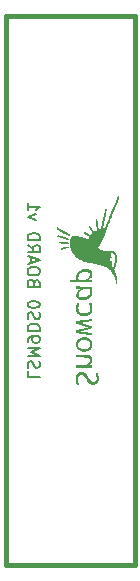
<source format=gbo>
G04 (created by PCBNEW-RS274X (2012-apr-16-27)-stable) date Sat 16 Nov 2013 11:41:47 AM EET*
G01*
G70*
G90*
%MOIN*%
G04 Gerber Fmt 3.4, Leading zero omitted, Abs format*
%FSLAX34Y34*%
G04 APERTURE LIST*
%ADD10C,0.006000*%
%ADD11C,0.007500*%
%ADD12C,0.015000*%
%ADD13C,0.000100*%
G04 APERTURE END LIST*
G54D10*
G54D11*
X12538Y-19095D02*
X12538Y-19286D01*
X12938Y-19286D01*
X12557Y-18981D02*
X12538Y-18924D01*
X12538Y-18828D01*
X12557Y-18790D01*
X12576Y-18771D01*
X12614Y-18752D01*
X12652Y-18752D01*
X12690Y-18771D01*
X12710Y-18790D01*
X12729Y-18828D01*
X12748Y-18905D01*
X12767Y-18943D01*
X12786Y-18962D01*
X12824Y-18981D01*
X12862Y-18981D01*
X12900Y-18962D01*
X12919Y-18943D01*
X12938Y-18905D01*
X12938Y-18809D01*
X12919Y-18752D01*
X12538Y-18581D02*
X12938Y-18581D01*
X12652Y-18447D01*
X12938Y-18314D01*
X12538Y-18314D01*
X12538Y-18105D02*
X12538Y-18029D01*
X12557Y-17990D01*
X12576Y-17971D01*
X12633Y-17933D01*
X12710Y-17914D01*
X12862Y-17914D01*
X12900Y-17933D01*
X12919Y-17952D01*
X12938Y-17990D01*
X12938Y-18067D01*
X12919Y-18105D01*
X12900Y-18124D01*
X12862Y-18143D01*
X12767Y-18143D01*
X12729Y-18124D01*
X12710Y-18105D01*
X12690Y-18067D01*
X12690Y-17990D01*
X12710Y-17952D01*
X12729Y-17933D01*
X12767Y-17914D01*
X12538Y-17743D02*
X12938Y-17743D01*
X12938Y-17648D01*
X12919Y-17590D01*
X12881Y-17552D01*
X12843Y-17533D01*
X12767Y-17514D01*
X12710Y-17514D01*
X12633Y-17533D01*
X12595Y-17552D01*
X12557Y-17590D01*
X12538Y-17648D01*
X12538Y-17743D01*
X12557Y-17362D02*
X12538Y-17305D01*
X12538Y-17209D01*
X12557Y-17171D01*
X12576Y-17152D01*
X12614Y-17133D01*
X12652Y-17133D01*
X12690Y-17152D01*
X12710Y-17171D01*
X12729Y-17209D01*
X12748Y-17286D01*
X12767Y-17324D01*
X12786Y-17343D01*
X12824Y-17362D01*
X12862Y-17362D01*
X12900Y-17343D01*
X12919Y-17324D01*
X12938Y-17286D01*
X12938Y-17190D01*
X12919Y-17133D01*
X12938Y-16886D02*
X12938Y-16847D01*
X12919Y-16809D01*
X12900Y-16790D01*
X12862Y-16771D01*
X12786Y-16752D01*
X12690Y-16752D01*
X12614Y-16771D01*
X12576Y-16790D01*
X12557Y-16809D01*
X12538Y-16847D01*
X12538Y-16886D01*
X12557Y-16924D01*
X12576Y-16943D01*
X12614Y-16962D01*
X12690Y-16981D01*
X12786Y-16981D01*
X12862Y-16962D01*
X12900Y-16943D01*
X12919Y-16924D01*
X12938Y-16886D01*
X12748Y-16142D02*
X12729Y-16085D01*
X12710Y-16066D01*
X12671Y-16047D01*
X12614Y-16047D01*
X12576Y-16066D01*
X12557Y-16085D01*
X12538Y-16123D01*
X12538Y-16276D01*
X12938Y-16276D01*
X12938Y-16142D01*
X12919Y-16104D01*
X12900Y-16085D01*
X12862Y-16066D01*
X12824Y-16066D01*
X12786Y-16085D01*
X12767Y-16104D01*
X12748Y-16142D01*
X12748Y-16276D01*
X12938Y-15800D02*
X12938Y-15723D01*
X12919Y-15685D01*
X12881Y-15647D01*
X12805Y-15628D01*
X12671Y-15628D01*
X12595Y-15647D01*
X12557Y-15685D01*
X12538Y-15723D01*
X12538Y-15800D01*
X12557Y-15838D01*
X12595Y-15876D01*
X12671Y-15895D01*
X12805Y-15895D01*
X12881Y-15876D01*
X12919Y-15838D01*
X12938Y-15800D01*
X12652Y-15476D02*
X12652Y-15285D01*
X12538Y-15514D02*
X12938Y-15381D01*
X12538Y-15247D01*
X12538Y-14885D02*
X12729Y-15019D01*
X12538Y-15114D02*
X12938Y-15114D01*
X12938Y-14961D01*
X12919Y-14923D01*
X12900Y-14904D01*
X12862Y-14885D01*
X12805Y-14885D01*
X12767Y-14904D01*
X12748Y-14923D01*
X12729Y-14961D01*
X12729Y-15114D01*
X12538Y-14714D02*
X12938Y-14714D01*
X12938Y-14619D01*
X12919Y-14561D01*
X12881Y-14523D01*
X12843Y-14504D01*
X12767Y-14485D01*
X12710Y-14485D01*
X12633Y-14504D01*
X12595Y-14523D01*
X12557Y-14561D01*
X12538Y-14619D01*
X12538Y-14714D01*
X12805Y-14047D02*
X12538Y-13952D01*
X12805Y-13856D01*
X12538Y-13494D02*
X12538Y-13723D01*
X12538Y-13609D02*
X12938Y-13609D01*
X12881Y-13647D01*
X12843Y-13685D01*
X12824Y-13723D01*
G54D12*
X16100Y-07250D02*
X16100Y-25550D01*
X11800Y-07250D02*
X16100Y-07250D01*
X11800Y-25550D02*
X11800Y-07250D01*
X16100Y-25550D02*
X11800Y-25550D01*
G54D13*
G36*
X13928Y-14588D02*
X13921Y-14586D01*
X13909Y-14582D01*
X13892Y-14576D01*
X13873Y-14567D01*
X13851Y-14557D01*
X13826Y-14545D01*
X13801Y-14532D01*
X13775Y-14519D01*
X13748Y-14505D01*
X13723Y-14491D01*
X13699Y-14478D01*
X13681Y-14467D01*
X13657Y-14453D01*
X13633Y-14438D01*
X13609Y-14422D01*
X13585Y-14406D01*
X13564Y-14391D01*
X13544Y-14377D01*
X13528Y-14365D01*
X13515Y-14355D01*
X13508Y-14348D01*
X13501Y-14337D01*
X13500Y-14325D01*
X13502Y-14316D01*
X13507Y-14309D01*
X13514Y-14303D01*
X13522Y-14299D01*
X13531Y-14299D01*
X13541Y-14302D01*
X13555Y-14310D01*
X13570Y-14321D01*
X13624Y-14359D01*
X13682Y-14397D01*
X13743Y-14433D01*
X13806Y-14467D01*
X13869Y-14498D01*
X13896Y-14511D01*
X13913Y-14518D01*
X13927Y-14525D01*
X13939Y-14531D01*
X13948Y-14536D01*
X13950Y-14538D01*
X13957Y-14548D01*
X13959Y-14559D01*
X13957Y-14570D01*
X13950Y-14580D01*
X13939Y-14586D01*
X13928Y-14588D01*
X13928Y-14588D01*
X13928Y-14588D01*
G37*
G36*
X13887Y-14719D02*
X13880Y-14718D01*
X13874Y-14717D01*
X13864Y-14714D01*
X13849Y-14709D01*
X13830Y-14704D01*
X13808Y-14697D01*
X13783Y-14689D01*
X13756Y-14681D01*
X13729Y-14673D01*
X13701Y-14665D01*
X13673Y-14656D01*
X13647Y-14648D01*
X13622Y-14640D01*
X13599Y-14633D01*
X13580Y-14627D01*
X13565Y-14623D01*
X13554Y-14619D01*
X13549Y-14617D01*
X13536Y-14611D01*
X13528Y-14601D01*
X13526Y-14589D01*
X13526Y-14587D01*
X13528Y-14575D01*
X13533Y-14567D01*
X13543Y-14561D01*
X13553Y-14559D01*
X13558Y-14560D01*
X13568Y-14563D01*
X13583Y-14567D01*
X13601Y-14572D01*
X13623Y-14579D01*
X13648Y-14586D01*
X13675Y-14594D01*
X13702Y-14602D01*
X13731Y-14610D01*
X13759Y-14619D01*
X13786Y-14627D01*
X13812Y-14635D01*
X13836Y-14642D01*
X13856Y-14649D01*
X13873Y-14655D01*
X13886Y-14659D01*
X13894Y-14662D01*
X13895Y-14662D01*
X13906Y-14670D01*
X13912Y-14680D01*
X13913Y-14692D01*
X13910Y-14703D01*
X13901Y-14713D01*
X13895Y-14717D01*
X13887Y-14719D01*
X13887Y-14719D01*
X13887Y-14719D01*
G37*
G36*
X13862Y-14857D02*
X13853Y-14856D01*
X13840Y-14855D01*
X13823Y-14854D01*
X13801Y-14852D01*
X13775Y-14849D01*
X13749Y-14846D01*
X13721Y-14843D01*
X13695Y-14841D01*
X13672Y-14838D01*
X13651Y-14836D01*
X13634Y-14834D01*
X13622Y-14833D01*
X13615Y-14832D01*
X13614Y-14832D01*
X13605Y-14828D01*
X13596Y-14822D01*
X13595Y-14821D01*
X13587Y-14810D01*
X13586Y-14799D01*
X13591Y-14787D01*
X13594Y-14783D01*
X13597Y-14780D01*
X13600Y-14778D01*
X13603Y-14776D01*
X13608Y-14774D01*
X13614Y-14774D01*
X13622Y-14774D01*
X13634Y-14774D01*
X13648Y-14775D01*
X13667Y-14777D01*
X13690Y-14779D01*
X13719Y-14782D01*
X13752Y-14785D01*
X13759Y-14786D01*
X13793Y-14790D01*
X13821Y-14793D01*
X13844Y-14796D01*
X13862Y-14798D01*
X13875Y-14800D01*
X13883Y-14802D01*
X13887Y-14804D01*
X13887Y-14804D01*
X13896Y-14813D01*
X13900Y-14824D01*
X13899Y-14836D01*
X13893Y-14846D01*
X13885Y-14853D01*
X13882Y-14855D01*
X13879Y-14856D01*
X13875Y-14856D01*
X13870Y-14857D01*
X13862Y-14857D01*
X13862Y-14857D01*
X13862Y-14857D01*
G37*
G36*
X13673Y-15044D02*
X13669Y-15043D01*
X13658Y-15038D01*
X13650Y-15030D01*
X13646Y-15018D01*
X13646Y-15007D01*
X13650Y-14998D01*
X13658Y-14991D01*
X13672Y-14982D01*
X13690Y-14973D01*
X13712Y-14965D01*
X13737Y-14958D01*
X13740Y-14957D01*
X13759Y-14952D01*
X13781Y-14948D01*
X13806Y-14944D01*
X13830Y-14941D01*
X13853Y-14939D01*
X13871Y-14938D01*
X13875Y-14938D01*
X13888Y-14938D01*
X13897Y-14939D01*
X13902Y-14940D01*
X13907Y-14944D01*
X13910Y-14947D01*
X13918Y-14958D01*
X13920Y-14970D01*
X13915Y-14983D01*
X13912Y-14987D01*
X13909Y-14991D01*
X13904Y-14993D01*
X13898Y-14995D01*
X13888Y-14996D01*
X13873Y-14998D01*
X13872Y-14998D01*
X13828Y-15002D01*
X13790Y-15008D01*
X13757Y-15015D01*
X13728Y-15024D01*
X13703Y-15034D01*
X13690Y-15040D01*
X13680Y-15043D01*
X13673Y-15044D01*
X13673Y-15044D01*
X13673Y-15044D01*
G37*
G36*
X15518Y-16302D02*
X15515Y-16302D01*
X15513Y-16299D01*
X15512Y-16293D01*
X15511Y-16283D01*
X15510Y-16272D01*
X15508Y-16241D01*
X15505Y-16213D01*
X15501Y-16187D01*
X15496Y-16161D01*
X15490Y-16134D01*
X15482Y-16104D01*
X15473Y-16070D01*
X15467Y-16050D01*
X15454Y-16012D01*
X15439Y-15971D01*
X15422Y-15929D01*
X15403Y-15888D01*
X15383Y-15848D01*
X15363Y-15811D01*
X15343Y-15777D01*
X15324Y-15748D01*
X15322Y-15746D01*
X15316Y-15739D01*
X15305Y-15729D01*
X15291Y-15718D01*
X15273Y-15705D01*
X15254Y-15691D01*
X15235Y-15678D01*
X15224Y-15670D01*
X15371Y-15670D01*
X15383Y-15640D01*
X15392Y-15614D01*
X15402Y-15583D01*
X15412Y-15550D01*
X15422Y-15516D01*
X15430Y-15482D01*
X15437Y-15451D01*
X15443Y-15423D01*
X15444Y-15415D01*
X15446Y-15396D01*
X15448Y-15373D01*
X15449Y-15349D01*
X15449Y-15323D01*
X15449Y-15299D01*
X15448Y-15276D01*
X15446Y-15258D01*
X15444Y-15247D01*
X15438Y-15225D01*
X15429Y-15204D01*
X15419Y-15185D01*
X15407Y-15171D01*
X15392Y-15159D01*
X15370Y-15151D01*
X15352Y-15147D01*
X15339Y-15145D01*
X15330Y-15163D01*
X15326Y-15171D01*
X15324Y-15178D01*
X15323Y-15185D01*
X15322Y-15194D01*
X15323Y-15207D01*
X15323Y-15216D01*
X15325Y-15234D01*
X15327Y-15254D01*
X15329Y-15271D01*
X15330Y-15279D01*
X15332Y-15292D01*
X15333Y-15302D01*
X15334Y-15308D01*
X15333Y-15309D01*
X15332Y-15308D01*
X15332Y-15307D01*
X15329Y-15303D01*
X15322Y-15299D01*
X15314Y-15295D01*
X15307Y-15294D01*
X15307Y-15294D01*
X15298Y-15297D01*
X15290Y-15304D01*
X15282Y-15314D01*
X15279Y-15321D01*
X15276Y-15336D01*
X15276Y-15355D01*
X15278Y-15375D01*
X15283Y-15394D01*
X15285Y-15399D01*
X15291Y-15410D01*
X15297Y-15417D01*
X15304Y-15421D01*
X15305Y-15421D01*
X15316Y-15424D01*
X15327Y-15421D01*
X15336Y-15413D01*
X15339Y-15410D01*
X15347Y-15399D01*
X15347Y-15424D01*
X15348Y-15438D01*
X15349Y-15456D01*
X15350Y-15479D01*
X15353Y-15505D01*
X15355Y-15532D01*
X15358Y-15560D01*
X15360Y-15587D01*
X15363Y-15612D01*
X15366Y-15635D01*
X15369Y-15654D01*
X15369Y-15655D01*
X15371Y-15670D01*
X15224Y-15670D01*
X15215Y-15664D01*
X15197Y-15652D01*
X15180Y-15642D01*
X15166Y-15635D01*
X15166Y-15635D01*
X15130Y-15617D01*
X15094Y-15602D01*
X15058Y-15587D01*
X15021Y-15574D01*
X14982Y-15562D01*
X14941Y-15551D01*
X14896Y-15540D01*
X14848Y-15530D01*
X14795Y-15520D01*
X14738Y-15510D01*
X14687Y-15502D01*
X14645Y-15495D01*
X14609Y-15489D01*
X14577Y-15483D01*
X14550Y-15477D01*
X14524Y-15472D01*
X14501Y-15466D01*
X14480Y-15459D01*
X14458Y-15452D01*
X14437Y-15444D01*
X14427Y-15440D01*
X14379Y-15420D01*
X14335Y-15400D01*
X14295Y-15379D01*
X14259Y-15357D01*
X14224Y-15332D01*
X14191Y-15305D01*
X14157Y-15274D01*
X14127Y-15244D01*
X14089Y-15202D01*
X14057Y-15161D01*
X14029Y-15119D01*
X14005Y-15075D01*
X13991Y-15046D01*
X13980Y-15021D01*
X13972Y-14999D01*
X13965Y-14978D01*
X13960Y-14958D01*
X13956Y-14936D01*
X13953Y-14911D01*
X13950Y-14882D01*
X13947Y-14838D01*
X13945Y-14800D01*
X13946Y-14766D01*
X13949Y-14739D01*
X13950Y-14736D01*
X13953Y-14717D01*
X13958Y-14697D01*
X13963Y-14677D01*
X13968Y-14658D01*
X13974Y-14642D01*
X13978Y-14629D01*
X13981Y-14624D01*
X13988Y-14615D01*
X13997Y-14604D01*
X14003Y-14597D01*
X14018Y-14583D01*
X14051Y-14582D01*
X14103Y-14582D01*
X14158Y-14587D01*
X14216Y-14595D01*
X14276Y-14606D01*
X14337Y-14621D01*
X14397Y-14639D01*
X14457Y-14659D01*
X14515Y-14682D01*
X14532Y-14690D01*
X14550Y-14698D01*
X14575Y-14657D01*
X14584Y-14643D01*
X14591Y-14631D01*
X14597Y-14621D01*
X14600Y-14616D01*
X14600Y-14615D01*
X14598Y-14613D01*
X14591Y-14608D01*
X14579Y-14601D01*
X14564Y-14592D01*
X14547Y-14581D01*
X14527Y-14569D01*
X14516Y-14562D01*
X14495Y-14549D01*
X14475Y-14537D01*
X14457Y-14525D01*
X14442Y-14515D01*
X14430Y-14507D01*
X14423Y-14502D01*
X14422Y-14501D01*
X14413Y-14490D01*
X14411Y-14478D01*
X14416Y-14467D01*
X14420Y-14461D01*
X14425Y-14457D01*
X14429Y-14453D01*
X14434Y-14452D01*
X14440Y-14452D01*
X14448Y-14453D01*
X14457Y-14457D01*
X14470Y-14464D01*
X14486Y-14473D01*
X14506Y-14485D01*
X14531Y-14500D01*
X14543Y-14507D01*
X14564Y-14520D01*
X14584Y-14532D01*
X14601Y-14543D01*
X14615Y-14551D01*
X14626Y-14557D01*
X14632Y-14561D01*
X14633Y-14562D01*
X14638Y-14555D01*
X14646Y-14545D01*
X14656Y-14533D01*
X14667Y-14521D01*
X14677Y-14510D01*
X14683Y-14504D01*
X14692Y-14495D01*
X14700Y-14488D01*
X14704Y-14483D01*
X14704Y-14482D01*
X14703Y-14479D01*
X14698Y-14472D01*
X14691Y-14460D01*
X14681Y-14445D01*
X14669Y-14427D01*
X14656Y-14407D01*
X14643Y-14387D01*
X14626Y-14361D01*
X14611Y-14339D01*
X14600Y-14321D01*
X14592Y-14307D01*
X14586Y-14296D01*
X14583Y-14287D01*
X14581Y-14281D01*
X14582Y-14275D01*
X14584Y-14271D01*
X14588Y-14266D01*
X14591Y-14263D01*
X14602Y-14255D01*
X14614Y-14254D01*
X14626Y-14259D01*
X14626Y-14259D01*
X14630Y-14263D01*
X14637Y-14272D01*
X14646Y-14284D01*
X14657Y-14300D01*
X14670Y-14318D01*
X14684Y-14339D01*
X14696Y-14356D01*
X14756Y-14448D01*
X14799Y-14424D01*
X14814Y-14415D01*
X14827Y-14408D01*
X14837Y-14402D01*
X14843Y-14399D01*
X14844Y-14398D01*
X14844Y-14395D01*
X14843Y-14386D01*
X14842Y-14372D01*
X14840Y-14353D01*
X14837Y-14331D01*
X14834Y-14305D01*
X14831Y-14276D01*
X14827Y-14246D01*
X14824Y-14230D01*
X14820Y-14198D01*
X14816Y-14167D01*
X14813Y-14139D01*
X14809Y-14114D01*
X14807Y-14092D01*
X14805Y-14074D01*
X14803Y-14061D01*
X14802Y-14053D01*
X14802Y-14052D01*
X14805Y-14039D01*
X14813Y-14030D01*
X14825Y-14025D01*
X14827Y-14025D01*
X14841Y-14025D01*
X14852Y-14031D01*
X14858Y-14042D01*
X14859Y-14046D01*
X14861Y-14056D01*
X14863Y-14070D01*
X14866Y-14089D01*
X14869Y-14111D01*
X14873Y-14135D01*
X14876Y-14162D01*
X14880Y-14189D01*
X14884Y-14217D01*
X14888Y-14244D01*
X14891Y-14271D01*
X14895Y-14295D01*
X14897Y-14317D01*
X14900Y-14336D01*
X14902Y-14350D01*
X14903Y-14360D01*
X14903Y-14364D01*
X14903Y-14366D01*
X14904Y-14367D01*
X14907Y-14366D01*
X14913Y-14365D01*
X14923Y-14361D01*
X14937Y-14356D01*
X14946Y-14353D01*
X14977Y-14342D01*
X15048Y-14014D01*
X15058Y-13969D01*
X15067Y-13926D01*
X15076Y-13885D01*
X15085Y-13846D01*
X15093Y-13811D01*
X15100Y-13779D01*
X15106Y-13750D01*
X15112Y-13725D01*
X15116Y-13705D01*
X15120Y-13690D01*
X15122Y-13681D01*
X15124Y-13677D01*
X15131Y-13667D01*
X15141Y-13662D01*
X15149Y-13661D01*
X15162Y-13664D01*
X15171Y-13672D01*
X15176Y-13683D01*
X15177Y-13691D01*
X15177Y-13696D01*
X15175Y-13706D01*
X15172Y-13722D01*
X15167Y-13743D01*
X15162Y-13768D01*
X15156Y-13797D01*
X15149Y-13830D01*
X15142Y-13866D01*
X15134Y-13904D01*
X15125Y-13945D01*
X15116Y-13987D01*
X15110Y-14014D01*
X15101Y-14057D01*
X15092Y-14099D01*
X15083Y-14138D01*
X15075Y-14175D01*
X15068Y-14208D01*
X15062Y-14238D01*
X15056Y-14265D01*
X15051Y-14287D01*
X15047Y-14305D01*
X15045Y-14317D01*
X15043Y-14324D01*
X15043Y-14325D01*
X15046Y-14325D01*
X15055Y-14324D01*
X15066Y-14323D01*
X15081Y-14321D01*
X15081Y-14321D01*
X15097Y-14318D01*
X15108Y-14316D01*
X15115Y-14314D01*
X15119Y-14312D01*
X15121Y-14309D01*
X15123Y-14304D01*
X15126Y-14295D01*
X15132Y-14281D01*
X15138Y-14263D01*
X15146Y-14243D01*
X15155Y-14220D01*
X15161Y-14205D01*
X15183Y-14147D01*
X15208Y-14085D01*
X15234Y-14019D01*
X15261Y-13950D01*
X15290Y-13879D01*
X15319Y-13807D01*
X15348Y-13735D01*
X15377Y-13664D01*
X15405Y-13595D01*
X15409Y-13587D01*
X15423Y-13552D01*
X15438Y-13517D01*
X15452Y-13482D01*
X15466Y-13449D01*
X15478Y-13419D01*
X15490Y-13391D01*
X15500Y-13367D01*
X15508Y-13347D01*
X15514Y-13332D01*
X15515Y-13330D01*
X15523Y-13311D01*
X15530Y-13294D01*
X15537Y-13279D01*
X15542Y-13268D01*
X15546Y-13262D01*
X15546Y-13261D01*
X15556Y-13254D01*
X15567Y-13252D01*
X15579Y-13254D01*
X15589Y-13260D01*
X15596Y-13269D01*
X15596Y-13270D01*
X15597Y-13274D01*
X15598Y-13278D01*
X15598Y-13282D01*
X15596Y-13287D01*
X15594Y-13295D01*
X15590Y-13305D01*
X15585Y-13319D01*
X15577Y-13337D01*
X15568Y-13360D01*
X15565Y-13368D01*
X15532Y-13447D01*
X15500Y-13524D01*
X15469Y-13599D01*
X15439Y-13672D01*
X15410Y-13743D01*
X15383Y-13811D01*
X15356Y-13876D01*
X15331Y-13939D01*
X15308Y-13997D01*
X15286Y-14053D01*
X15265Y-14104D01*
X15246Y-14152D01*
X15230Y-14195D01*
X15215Y-14234D01*
X15202Y-14268D01*
X15191Y-14297D01*
X15182Y-14321D01*
X15176Y-14340D01*
X15172Y-14351D01*
X15166Y-14372D01*
X15157Y-14398D01*
X15147Y-14428D01*
X15136Y-14459D01*
X15123Y-14492D01*
X15111Y-14526D01*
X15098Y-14558D01*
X15086Y-14588D01*
X15074Y-14616D01*
X15074Y-14616D01*
X15058Y-14653D01*
X15039Y-14691D01*
X15020Y-14730D01*
X15000Y-14769D01*
X14979Y-14806D01*
X14959Y-14842D01*
X14940Y-14875D01*
X14921Y-14904D01*
X14904Y-14928D01*
X14894Y-14941D01*
X14880Y-14960D01*
X14905Y-14992D01*
X14917Y-15008D01*
X14927Y-15020D01*
X14934Y-15029D01*
X14940Y-15035D01*
X14945Y-15039D01*
X14950Y-15043D01*
X14954Y-15045D01*
X14966Y-15050D01*
X14979Y-15055D01*
X14995Y-15059D01*
X15013Y-15063D01*
X15035Y-15066D01*
X15060Y-15069D01*
X15090Y-15071D01*
X15124Y-15074D01*
X15164Y-15076D01*
X15209Y-15078D01*
X15210Y-15078D01*
X15249Y-15080D01*
X15281Y-15081D01*
X15309Y-15083D01*
X15332Y-15085D01*
X15351Y-15087D01*
X15367Y-15089D01*
X15381Y-15092D01*
X15393Y-15094D01*
X15403Y-15098D01*
X15404Y-15098D01*
X15430Y-15111D01*
X15452Y-15130D01*
X15471Y-15153D01*
X15486Y-15182D01*
X15498Y-15215D01*
X15506Y-15253D01*
X15508Y-15270D01*
X15510Y-15293D01*
X15511Y-15320D01*
X15510Y-15350D01*
X15508Y-15380D01*
X15506Y-15409D01*
X15503Y-15426D01*
X15499Y-15453D01*
X15492Y-15484D01*
X15484Y-15517D01*
X15475Y-15552D01*
X15465Y-15587D01*
X15455Y-15619D01*
X15445Y-15648D01*
X15440Y-15660D01*
X15435Y-15673D01*
X15431Y-15684D01*
X15428Y-15692D01*
X15427Y-15695D01*
X15428Y-15699D01*
X15431Y-15709D01*
X15435Y-15721D01*
X15441Y-15736D01*
X15443Y-15740D01*
X15459Y-15779D01*
X15472Y-15819D01*
X15484Y-15859D01*
X15494Y-15900D01*
X15503Y-15944D01*
X15510Y-15991D01*
X15516Y-16042D01*
X15520Y-16097D01*
X15523Y-16157D01*
X15525Y-16184D01*
X15526Y-16215D01*
X15526Y-16240D01*
X15527Y-16260D01*
X15526Y-16275D01*
X15526Y-16287D01*
X15525Y-16294D01*
X15523Y-16299D01*
X15521Y-16302D01*
X15518Y-16302D01*
X15518Y-16302D01*
X15518Y-16302D01*
G37*
G36*
X13961Y-16135D02*
X13961Y-16091D01*
X13961Y-16047D01*
X14062Y-16047D01*
X14163Y-16047D01*
X14239Y-16047D01*
X14352Y-16047D01*
X14466Y-16047D01*
X14496Y-16027D01*
X14526Y-16005D01*
X14551Y-15983D01*
X14573Y-15959D01*
X14590Y-15936D01*
X14603Y-15913D01*
X14610Y-15890D01*
X14612Y-15869D01*
X14612Y-15866D01*
X14607Y-15845D01*
X14597Y-15827D01*
X14581Y-15811D01*
X14561Y-15798D01*
X14536Y-15788D01*
X14508Y-15781D01*
X14475Y-15777D01*
X14443Y-15777D01*
X14405Y-15780D01*
X14371Y-15787D01*
X14342Y-15797D01*
X14315Y-15812D01*
X14291Y-15830D01*
X14280Y-15840D01*
X14262Y-15860D01*
X14248Y-15880D01*
X14239Y-15900D01*
X14233Y-15917D01*
X14231Y-15932D01*
X14229Y-15951D01*
X14229Y-15973D01*
X14230Y-15995D01*
X14233Y-16016D01*
X14234Y-16019D01*
X14239Y-16047D01*
X14163Y-16047D01*
X14161Y-16038D01*
X14160Y-16028D01*
X14159Y-16013D01*
X14158Y-15994D01*
X14157Y-15974D01*
X14157Y-15954D01*
X14157Y-15934D01*
X14158Y-15917D01*
X14159Y-15904D01*
X14159Y-15900D01*
X14169Y-15863D01*
X14185Y-15828D01*
X14206Y-15797D01*
X14232Y-15768D01*
X14264Y-15743D01*
X14302Y-15721D01*
X14306Y-15718D01*
X14341Y-15703D01*
X14377Y-15693D01*
X14417Y-15686D01*
X14460Y-15683D01*
X14471Y-15683D01*
X14502Y-15684D01*
X14529Y-15686D01*
X14552Y-15691D01*
X14574Y-15697D01*
X14596Y-15707D01*
X14599Y-15708D01*
X14615Y-15717D01*
X14628Y-15725D01*
X14640Y-15735D01*
X14649Y-15745D01*
X14668Y-15768D01*
X14682Y-15791D01*
X14690Y-15814D01*
X14694Y-15840D01*
X14694Y-15841D01*
X14694Y-15864D01*
X14691Y-15885D01*
X14685Y-15906D01*
X14675Y-15930D01*
X14671Y-15937D01*
X14650Y-15971D01*
X14623Y-16002D01*
X14595Y-16027D01*
X14569Y-16047D01*
X14625Y-16048D01*
X14681Y-16049D01*
X14682Y-16092D01*
X14683Y-16135D01*
X14322Y-16135D01*
X13961Y-16135D01*
X13961Y-16135D01*
X13961Y-16135D01*
G37*
G36*
X14266Y-19552D02*
X14221Y-19551D01*
X14177Y-19550D01*
X14166Y-19517D01*
X14157Y-19486D01*
X14150Y-19459D01*
X14146Y-19432D01*
X14143Y-19404D01*
X14142Y-19380D01*
X14142Y-19361D01*
X14142Y-19342D01*
X14142Y-19325D01*
X14143Y-19312D01*
X14144Y-19309D01*
X14151Y-19269D01*
X14163Y-19233D01*
X14179Y-19201D01*
X14200Y-19174D01*
X14225Y-19151D01*
X14255Y-19133D01*
X14256Y-19132D01*
X14279Y-19123D01*
X14302Y-19117D01*
X14328Y-19114D01*
X14345Y-19114D01*
X14378Y-19116D01*
X14408Y-19124D01*
X14437Y-19137D01*
X14464Y-19157D01*
X14475Y-19167D01*
X14484Y-19175D01*
X14492Y-19184D01*
X14500Y-19193D01*
X14508Y-19205D01*
X14518Y-19220D01*
X14530Y-19237D01*
X14543Y-19259D01*
X14559Y-19285D01*
X14563Y-19292D01*
X14583Y-19326D01*
X14601Y-19354D01*
X14617Y-19378D01*
X14631Y-19398D01*
X14644Y-19414D01*
X14656Y-19426D01*
X14668Y-19435D01*
X14680Y-19442D01*
X14692Y-19446D01*
X14705Y-19448D01*
X14719Y-19449D01*
X14723Y-19449D01*
X14745Y-19448D01*
X14763Y-19443D01*
X14779Y-19435D01*
X14794Y-19421D01*
X14811Y-19400D01*
X14824Y-19374D01*
X14831Y-19345D01*
X14833Y-19312D01*
X14832Y-19298D01*
X14827Y-19253D01*
X14818Y-19211D01*
X14812Y-19191D01*
X14808Y-19179D01*
X14806Y-19169D01*
X14805Y-19163D01*
X14805Y-19162D01*
X14808Y-19162D01*
X14817Y-19161D01*
X14829Y-19161D01*
X14844Y-19161D01*
X14881Y-19161D01*
X14884Y-19170D01*
X14890Y-19189D01*
X14896Y-19213D01*
X14900Y-19241D01*
X14903Y-19270D01*
X14904Y-19299D01*
X14904Y-19326D01*
X14903Y-19347D01*
X14899Y-19382D01*
X14892Y-19412D01*
X14882Y-19437D01*
X14870Y-19460D01*
X14853Y-19481D01*
X14844Y-19491D01*
X14820Y-19512D01*
X14793Y-19527D01*
X14763Y-19538D01*
X14731Y-19543D01*
X14712Y-19543D01*
X14679Y-19540D01*
X14648Y-19532D01*
X14618Y-19517D01*
X14590Y-19496D01*
X14580Y-19486D01*
X14569Y-19475D01*
X14560Y-19464D01*
X14550Y-19452D01*
X14540Y-19438D01*
X14529Y-19421D01*
X14516Y-19400D01*
X14501Y-19374D01*
X14500Y-19370D01*
X14479Y-19335D01*
X14460Y-19304D01*
X14442Y-19279D01*
X14426Y-19258D01*
X14411Y-19241D01*
X14396Y-19228D01*
X14382Y-19219D01*
X14367Y-19212D01*
X14351Y-19208D01*
X14340Y-19206D01*
X14316Y-19207D01*
X14293Y-19213D01*
X14271Y-19224D01*
X14252Y-19239D01*
X14250Y-19241D01*
X14239Y-19256D01*
X14229Y-19276D01*
X14221Y-19299D01*
X14215Y-19324D01*
X14213Y-19348D01*
X14213Y-19352D01*
X14215Y-19380D01*
X14219Y-19412D01*
X14227Y-19445D01*
X14237Y-19480D01*
X14249Y-19513D01*
X14253Y-19523D01*
X14266Y-19552D01*
X14266Y-19552D01*
X14266Y-19552D01*
G37*
G36*
X14389Y-16723D02*
X14345Y-16722D01*
X14302Y-16716D01*
X14295Y-16715D01*
X14280Y-16711D01*
X14265Y-16707D01*
X14252Y-16702D01*
X14251Y-16702D01*
X14224Y-16686D01*
X14200Y-16667D01*
X14179Y-16643D01*
X14170Y-16629D01*
X14383Y-16629D01*
X14408Y-16628D01*
X14432Y-16626D01*
X14453Y-16623D01*
X14463Y-16621D01*
X14494Y-16612D01*
X14521Y-16600D01*
X14544Y-16584D01*
X14563Y-16567D01*
X14584Y-16543D01*
X14599Y-16519D01*
X14609Y-16493D01*
X14615Y-16464D01*
X14615Y-16432D01*
X14615Y-16428D01*
X14614Y-16412D01*
X14612Y-16396D01*
X14610Y-16383D01*
X14609Y-16378D01*
X14605Y-16361D01*
X14491Y-16360D01*
X14378Y-16359D01*
X14348Y-16379D01*
X14329Y-16392D01*
X14309Y-16409D01*
X14290Y-16427D01*
X14273Y-16444D01*
X14259Y-16461D01*
X14257Y-16464D01*
X14243Y-16489D01*
X14234Y-16513D01*
X14232Y-16535D01*
X14235Y-16556D01*
X14241Y-16569D01*
X14256Y-16588D01*
X14276Y-16604D01*
X14301Y-16616D01*
X14321Y-16623D01*
X14338Y-16626D01*
X14359Y-16628D01*
X14383Y-16629D01*
X14170Y-16629D01*
X14163Y-16617D01*
X14160Y-16612D01*
X14156Y-16602D01*
X14154Y-16593D01*
X14151Y-16581D01*
X14149Y-16566D01*
X14149Y-16561D01*
X14148Y-16553D01*
X14149Y-16542D01*
X14150Y-16535D01*
X14157Y-16506D01*
X14169Y-16477D01*
X14185Y-16448D01*
X14205Y-16421D01*
X14228Y-16396D01*
X14252Y-16376D01*
X14257Y-16373D01*
X14266Y-16367D01*
X14273Y-16362D01*
X14276Y-16359D01*
X14276Y-16359D01*
X14273Y-16358D01*
X14265Y-16356D01*
X14254Y-16355D01*
X14251Y-16355D01*
X14237Y-16353D01*
X14219Y-16351D01*
X14202Y-16349D01*
X14195Y-16348D01*
X14162Y-16342D01*
X14162Y-16297D01*
X14162Y-16279D01*
X14163Y-16267D01*
X14163Y-16259D01*
X14164Y-16255D01*
X14166Y-16253D01*
X14168Y-16253D01*
X14168Y-16253D01*
X14179Y-16256D01*
X14191Y-16259D01*
X14203Y-16262D01*
X14216Y-16264D01*
X14231Y-16266D01*
X14248Y-16267D01*
X14268Y-16268D01*
X14291Y-16269D01*
X14318Y-16270D01*
X14348Y-16270D01*
X14384Y-16271D01*
X14425Y-16271D01*
X14471Y-16271D01*
X14479Y-16271D01*
X14682Y-16271D01*
X14684Y-16343D01*
X14685Y-16379D01*
X14686Y-16411D01*
X14687Y-16437D01*
X14687Y-16459D01*
X14686Y-16477D01*
X14686Y-16493D01*
X14684Y-16505D01*
X14682Y-16516D01*
X14680Y-16526D01*
X14680Y-16527D01*
X14672Y-16551D01*
X14662Y-16572D01*
X14650Y-16593D01*
X14639Y-16607D01*
X14614Y-16635D01*
X14584Y-16660D01*
X14550Y-16681D01*
X14513Y-16698D01*
X14473Y-16711D01*
X14432Y-16719D01*
X14389Y-16723D01*
X14389Y-16723D01*
X14389Y-16723D01*
G37*
G36*
X14445Y-17265D02*
X14401Y-17264D01*
X14390Y-17263D01*
X14348Y-17256D01*
X14309Y-17244D01*
X14273Y-17226D01*
X14241Y-17203D01*
X14217Y-17181D01*
X14192Y-17150D01*
X14173Y-17116D01*
X14160Y-17079D01*
X14151Y-17039D01*
X14149Y-16995D01*
X14150Y-16962D01*
X14156Y-16914D01*
X14168Y-16864D01*
X14169Y-16858D01*
X14177Y-16833D01*
X14219Y-16832D01*
X14236Y-16832D01*
X14247Y-16832D01*
X14255Y-16833D01*
X14258Y-16834D01*
X14259Y-16835D01*
X14259Y-16837D01*
X14255Y-16847D01*
X14251Y-16862D01*
X14246Y-16879D01*
X14241Y-16897D01*
X14236Y-16913D01*
X14233Y-16927D01*
X14231Y-16935D01*
X14230Y-16951D01*
X14229Y-16971D01*
X14229Y-16992D01*
X14230Y-17014D01*
X14232Y-17033D01*
X14235Y-17049D01*
X14237Y-17056D01*
X14250Y-17083D01*
X14268Y-17107D01*
X14290Y-17127D01*
X14319Y-17144D01*
X14328Y-17149D01*
X14353Y-17159D01*
X14376Y-17166D01*
X14400Y-17169D01*
X14426Y-17170D01*
X14463Y-17168D01*
X14497Y-17160D01*
X14528Y-17148D01*
X14555Y-17132D01*
X14579Y-17112D01*
X14597Y-17088D01*
X14612Y-17060D01*
X14618Y-17041D01*
X14621Y-17024D01*
X14622Y-17003D01*
X14622Y-16980D01*
X14621Y-16957D01*
X14618Y-16937D01*
X14618Y-16937D01*
X14614Y-16924D01*
X14610Y-16907D01*
X14604Y-16889D01*
X14600Y-16878D01*
X14595Y-16863D01*
X14590Y-16851D01*
X14587Y-16842D01*
X14586Y-16837D01*
X14585Y-16835D01*
X14587Y-16834D01*
X14592Y-16832D01*
X14600Y-16832D01*
X14612Y-16832D01*
X14625Y-16832D01*
X14666Y-16832D01*
X14673Y-16855D01*
X14682Y-16892D01*
X14689Y-16929D01*
X14693Y-16965D01*
X14695Y-17000D01*
X14694Y-17032D01*
X14691Y-17055D01*
X14680Y-17092D01*
X14666Y-17126D01*
X14645Y-17157D01*
X14626Y-17179D01*
X14595Y-17208D01*
X14562Y-17230D01*
X14525Y-17247D01*
X14486Y-17259D01*
X14445Y-17265D01*
X14445Y-17265D01*
X14445Y-17265D01*
G37*
G36*
X14421Y-18440D02*
X14400Y-18440D01*
X14383Y-18440D01*
X14371Y-18439D01*
X14360Y-18438D01*
X14349Y-18435D01*
X14337Y-18433D01*
X14336Y-18432D01*
X14297Y-18419D01*
X14262Y-18401D01*
X14231Y-18379D01*
X14204Y-18353D01*
X14199Y-18348D01*
X14198Y-18346D01*
X14422Y-18346D01*
X14444Y-18346D01*
X14460Y-18346D01*
X14473Y-18345D01*
X14483Y-18344D01*
X14493Y-18342D01*
X14502Y-18339D01*
X14504Y-18339D01*
X14537Y-18327D01*
X14564Y-18311D01*
X14587Y-18292D01*
X14604Y-18269D01*
X14611Y-18257D01*
X14616Y-18246D01*
X14619Y-18235D01*
X14621Y-18224D01*
X14622Y-18209D01*
X14622Y-18206D01*
X14621Y-18176D01*
X14616Y-18150D01*
X14605Y-18126D01*
X14590Y-18106D01*
X14578Y-18095D01*
X14555Y-18078D01*
X14528Y-18064D01*
X14496Y-18055D01*
X14461Y-18049D01*
X14424Y-18047D01*
X14389Y-18048D01*
X14351Y-18054D01*
X14318Y-18064D01*
X14289Y-18078D01*
X14265Y-18095D01*
X14246Y-18116D01*
X14233Y-18139D01*
X14224Y-18162D01*
X14220Y-18186D01*
X14221Y-18212D01*
X14222Y-18222D01*
X14230Y-18250D01*
X14243Y-18274D01*
X14261Y-18296D01*
X14285Y-18314D01*
X14301Y-18324D01*
X14318Y-18331D01*
X14333Y-18337D01*
X14347Y-18341D01*
X14363Y-18344D01*
X14381Y-18345D01*
X14404Y-18346D01*
X14422Y-18346D01*
X14198Y-18346D01*
X14181Y-18322D01*
X14166Y-18291D01*
X14155Y-18257D01*
X14149Y-18221D01*
X14148Y-18184D01*
X14150Y-18166D01*
X14157Y-18129D01*
X14169Y-18095D01*
X14187Y-18063D01*
X14210Y-18035D01*
X14237Y-18010D01*
X14269Y-17990D01*
X14304Y-17973D01*
X14343Y-17961D01*
X14351Y-17960D01*
X14364Y-17957D01*
X14376Y-17955D01*
X14389Y-17954D01*
X14405Y-17954D01*
X14424Y-17954D01*
X14433Y-17955D01*
X14457Y-17956D01*
X14477Y-17957D01*
X14494Y-17959D01*
X14509Y-17963D01*
X14525Y-17968D01*
X14544Y-17974D01*
X14545Y-17975D01*
X14573Y-17988D01*
X14600Y-18006D01*
X14625Y-18027D01*
X14648Y-18050D01*
X14664Y-18074D01*
X14677Y-18098D01*
X14685Y-18122D01*
X14691Y-18149D01*
X14694Y-18179D01*
X14694Y-18186D01*
X14694Y-18222D01*
X14690Y-18254D01*
X14682Y-18283D01*
X14671Y-18310D01*
X14662Y-18325D01*
X14640Y-18354D01*
X14613Y-18379D01*
X14583Y-18401D01*
X14548Y-18418D01*
X14511Y-18432D01*
X14504Y-18434D01*
X14492Y-18436D01*
X14481Y-18438D01*
X14469Y-18439D01*
X14455Y-18440D01*
X14437Y-18440D01*
X14421Y-18440D01*
X14421Y-18440D01*
X14421Y-18440D01*
G37*
G36*
X14682Y-17904D02*
X14674Y-17902D01*
X14669Y-17901D01*
X14659Y-17900D01*
X14644Y-17897D01*
X14624Y-17894D01*
X14599Y-17890D01*
X14571Y-17885D01*
X14540Y-17880D01*
X14505Y-17875D01*
X14469Y-17869D01*
X14431Y-17862D01*
X14421Y-17861D01*
X14382Y-17854D01*
X14345Y-17849D01*
X14311Y-17843D01*
X14279Y-17838D01*
X14250Y-17833D01*
X14225Y-17829D01*
X14203Y-17825D01*
X14187Y-17823D01*
X14176Y-17821D01*
X14170Y-17820D01*
X14169Y-17820D01*
X14167Y-17819D01*
X14165Y-17817D01*
X14163Y-17813D01*
X14163Y-17806D01*
X14162Y-17795D01*
X14162Y-17779D01*
X14162Y-17776D01*
X14162Y-17734D01*
X14330Y-17691D01*
X14363Y-17683D01*
X14395Y-17675D01*
X14425Y-17667D01*
X14454Y-17660D01*
X14479Y-17654D01*
X14501Y-17648D01*
X14518Y-17644D01*
X14530Y-17642D01*
X14533Y-17641D01*
X14548Y-17638D01*
X14559Y-17635D01*
X14566Y-17634D01*
X14569Y-17632D01*
X14566Y-17631D01*
X14558Y-17629D01*
X14547Y-17626D01*
X14533Y-17623D01*
X14524Y-17621D01*
X14508Y-17617D01*
X14489Y-17612D01*
X14465Y-17605D01*
X14438Y-17597D01*
X14409Y-17589D01*
X14378Y-17580D01*
X14345Y-17570D01*
X14331Y-17566D01*
X14164Y-17516D01*
X14163Y-17476D01*
X14162Y-17435D01*
X14420Y-17393D01*
X14459Y-17387D01*
X14497Y-17381D01*
X14533Y-17375D01*
X14565Y-17370D01*
X14595Y-17365D01*
X14621Y-17361D01*
X14643Y-17358D01*
X14660Y-17355D01*
X14672Y-17353D01*
X14679Y-17352D01*
X14680Y-17352D01*
X14681Y-17355D01*
X14682Y-17362D01*
X14682Y-17373D01*
X14682Y-17385D01*
X14682Y-17398D01*
X14682Y-17408D01*
X14681Y-17415D01*
X14680Y-17418D01*
X14676Y-17418D01*
X14667Y-17420D01*
X14653Y-17422D01*
X14635Y-17425D01*
X14614Y-17428D01*
X14590Y-17432D01*
X14569Y-17435D01*
X14539Y-17440D01*
X14507Y-17445D01*
X14475Y-17450D01*
X14444Y-17455D01*
X14416Y-17459D01*
X14393Y-17463D01*
X14386Y-17464D01*
X14365Y-17467D01*
X14345Y-17470D01*
X14328Y-17473D01*
X14315Y-17475D01*
X14307Y-17476D01*
X14304Y-17477D01*
X14303Y-17478D01*
X14306Y-17480D01*
X14314Y-17482D01*
X14328Y-17486D01*
X14336Y-17488D01*
X14347Y-17490D01*
X14363Y-17495D01*
X14384Y-17500D01*
X14408Y-17507D01*
X14435Y-17515D01*
X14465Y-17523D01*
X14496Y-17532D01*
X14527Y-17542D01*
X14528Y-17542D01*
X14681Y-17587D01*
X14681Y-17626D01*
X14681Y-17665D01*
X14522Y-17707D01*
X14490Y-17715D01*
X14459Y-17723D01*
X14430Y-17731D01*
X14402Y-17737D01*
X14378Y-17743D01*
X14358Y-17748D01*
X14342Y-17752D01*
X14332Y-17754D01*
X14330Y-17754D01*
X14317Y-17756D01*
X14307Y-17758D01*
X14300Y-17760D01*
X14299Y-17760D01*
X14302Y-17762D01*
X14311Y-17763D01*
X14325Y-17766D01*
X14345Y-17770D01*
X14370Y-17774D01*
X14402Y-17779D01*
X14439Y-17785D01*
X14482Y-17792D01*
X14522Y-17798D01*
X14552Y-17802D01*
X14581Y-17807D01*
X14607Y-17811D01*
X14630Y-17815D01*
X14649Y-17818D01*
X14664Y-17820D01*
X14674Y-17822D01*
X14678Y-17823D01*
X14678Y-17823D01*
X14680Y-17826D01*
X14681Y-17833D01*
X14682Y-17844D01*
X14682Y-17862D01*
X14682Y-17864D01*
X14682Y-17904D01*
X14682Y-17904D01*
X14682Y-17904D01*
G37*
G36*
X14162Y-18981D02*
X14162Y-18939D01*
X14162Y-18896D01*
X14314Y-18896D01*
X14465Y-18896D01*
X14484Y-18885D01*
X14512Y-18867D01*
X14538Y-18846D01*
X14560Y-18823D01*
X14580Y-18800D01*
X14596Y-18776D01*
X14607Y-18752D01*
X14614Y-18729D01*
X14616Y-18708D01*
X14616Y-18707D01*
X14611Y-18687D01*
X14600Y-18670D01*
X14585Y-18656D01*
X14567Y-18645D01*
X14552Y-18641D01*
X14544Y-18640D01*
X14531Y-18639D01*
X14512Y-18638D01*
X14487Y-18637D01*
X14456Y-18637D01*
X14419Y-18636D01*
X14377Y-18636D01*
X14349Y-18635D01*
X14162Y-18634D01*
X14162Y-18592D01*
X14162Y-18549D01*
X14335Y-18549D01*
X14381Y-18550D01*
X14422Y-18550D01*
X14457Y-18550D01*
X14488Y-18551D01*
X14514Y-18552D01*
X14536Y-18553D01*
X14555Y-18554D01*
X14571Y-18556D01*
X14585Y-18558D01*
X14596Y-18561D01*
X14606Y-18565D01*
X14616Y-18568D01*
X14623Y-18572D01*
X14644Y-18586D01*
X14662Y-18605D01*
X14677Y-18627D01*
X14687Y-18653D01*
X14694Y-18680D01*
X14695Y-18700D01*
X14692Y-18732D01*
X14683Y-18763D01*
X14668Y-18795D01*
X14648Y-18825D01*
X14642Y-18832D01*
X14633Y-18843D01*
X14623Y-18852D01*
X14613Y-18862D01*
X14599Y-18873D01*
X14582Y-18887D01*
X14581Y-18887D01*
X14571Y-18896D01*
X14626Y-18896D01*
X14682Y-18896D01*
X14682Y-18939D01*
X14682Y-18981D01*
X14422Y-18981D01*
X14162Y-18981D01*
X14162Y-18981D01*
X14162Y-18981D01*
G37*
M02*

</source>
